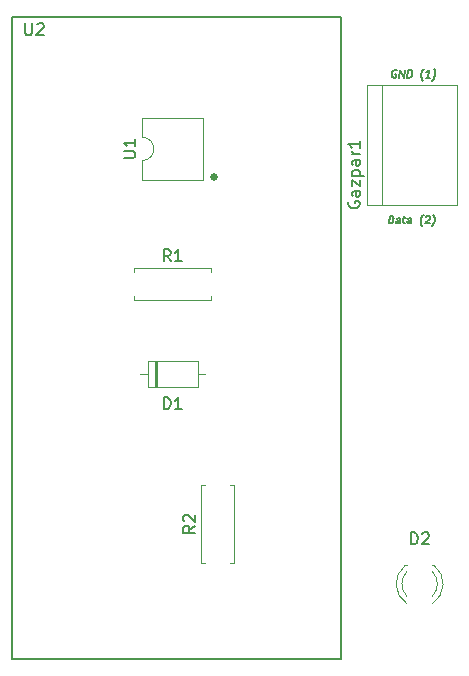
<source format=gto>
G04 #@! TF.GenerationSoftware,KiCad,Pcbnew,6.0.10+dfsg-1~bpo11+1*
G04 #@! TF.CreationDate,2023-02-14T21:12:59+00:00*
G04 #@! TF.ProjectId,Gazpar,47617a70-6172-42e6-9b69-6361645f7063,rev?*
G04 #@! TF.SameCoordinates,Original*
G04 #@! TF.FileFunction,Legend,Top*
G04 #@! TF.FilePolarity,Positive*
%FSLAX46Y46*%
G04 Gerber Fmt 4.6, Leading zero omitted, Abs format (unit mm)*
G04 Created by KiCad (PCBNEW 6.0.10+dfsg-1~bpo11+1) date 2023-02-14 21:12:59*
%MOMM*%
%LPD*%
G01*
G04 APERTURE LIST*
%ADD10C,0.150000*%
%ADD11C,0.500000*%
%ADD12C,0.120000*%
%ADD13C,0.127000*%
%ADD14R,1.800000X1.800000*%
%ADD15C,1.800000*%
%ADD16R,1.600000X1.600000*%
%ADD17O,1.600000X1.600000*%
%ADD18R,1.560000X1.560000*%
%ADD19C,1.560000*%
%ADD20C,1.600000*%
%ADD21R,3.000000X3.000000*%
%ADD22C,3.000000*%
%ADD23C,2.900000*%
G04 APERTURE END LIST*
D10*
X187938938Y-60364047D02*
X188020188Y-59714047D01*
X188174950Y-59714047D01*
X188263938Y-59745000D01*
X188318105Y-59806904D01*
X188341319Y-59868809D01*
X188356796Y-59992619D01*
X188345188Y-60085476D01*
X188298760Y-60209285D01*
X188260069Y-60271190D01*
X188190427Y-60333095D01*
X188093700Y-60364047D01*
X187938938Y-60364047D01*
X188867510Y-60364047D02*
X188910069Y-60023571D01*
X188886855Y-59961666D01*
X188828819Y-59930714D01*
X188705010Y-59930714D01*
X188639236Y-59961666D01*
X188871379Y-60333095D02*
X188805605Y-60364047D01*
X188650843Y-60364047D01*
X188592808Y-60333095D01*
X188569593Y-60271190D01*
X188577331Y-60209285D01*
X188616022Y-60147380D01*
X188681796Y-60116428D01*
X188836558Y-60116428D01*
X188902331Y-60085476D01*
X189138343Y-59930714D02*
X189385962Y-59930714D01*
X189258284Y-59714047D02*
X189188641Y-60271190D01*
X189211855Y-60333095D01*
X189269891Y-60364047D01*
X189331796Y-60364047D01*
X189827034Y-60364047D02*
X189869593Y-60023571D01*
X189846379Y-59961666D01*
X189788343Y-59930714D01*
X189664534Y-59930714D01*
X189598760Y-59961666D01*
X189830903Y-60333095D02*
X189765129Y-60364047D01*
X189610367Y-60364047D01*
X189552331Y-60333095D01*
X189529117Y-60271190D01*
X189536855Y-60209285D01*
X189575546Y-60147380D01*
X189641319Y-60116428D01*
X189796081Y-60116428D01*
X189861855Y-60085476D01*
X190786558Y-60611666D02*
X190759474Y-60580714D01*
X190709177Y-60487857D01*
X190685962Y-60425952D01*
X190666617Y-60333095D01*
X190655010Y-60178333D01*
X190670486Y-60054523D01*
X190720784Y-59899761D01*
X190763343Y-59806904D01*
X190802034Y-59745000D01*
X190875546Y-59652142D01*
X190910367Y-59621190D01*
X191107688Y-59775952D02*
X191142510Y-59745000D01*
X191208284Y-59714047D01*
X191363046Y-59714047D01*
X191421081Y-59745000D01*
X191448165Y-59775952D01*
X191471379Y-59837857D01*
X191463641Y-59899761D01*
X191421081Y-59992619D01*
X191003224Y-60364047D01*
X191405605Y-60364047D01*
X191591319Y-60611666D02*
X191626141Y-60580714D01*
X191699653Y-60487857D01*
X191738343Y-60425952D01*
X191780903Y-60333095D01*
X191831200Y-60178333D01*
X191846677Y-60054523D01*
X191835069Y-59899761D01*
X191815724Y-59806904D01*
X191792510Y-59745000D01*
X191742212Y-59652142D01*
X191715129Y-59621190D01*
D11*
X173155000Y-56339285D02*
X173059761Y-56434523D01*
X173155000Y-56529761D01*
X173250238Y-56434523D01*
X173155000Y-56339285D01*
X173155000Y-56529761D01*
D10*
X188620129Y-47405000D02*
X188562093Y-47374047D01*
X188469236Y-47374047D01*
X188372510Y-47405000D01*
X188302867Y-47466904D01*
X188264177Y-47528809D01*
X188217748Y-47652619D01*
X188206141Y-47745476D01*
X188221617Y-47869285D01*
X188244831Y-47931190D01*
X188298998Y-47993095D01*
X188387986Y-48024047D01*
X188449891Y-48024047D01*
X188546617Y-47993095D01*
X188581438Y-47962142D01*
X188608522Y-47745476D01*
X188484712Y-47745476D01*
X188852272Y-48024047D02*
X188933522Y-47374047D01*
X189223700Y-48024047D01*
X189304950Y-47374047D01*
X189533224Y-48024047D02*
X189614474Y-47374047D01*
X189769236Y-47374047D01*
X189858224Y-47405000D01*
X189912391Y-47466904D01*
X189935605Y-47528809D01*
X189951081Y-47652619D01*
X189939474Y-47745476D01*
X189893046Y-47869285D01*
X189854355Y-47931190D01*
X189784712Y-47993095D01*
X189687986Y-48024047D01*
X189533224Y-48024047D01*
X190833224Y-48271666D02*
X190806141Y-48240714D01*
X190755843Y-48147857D01*
X190732629Y-48085952D01*
X190713284Y-47993095D01*
X190701677Y-47838333D01*
X190717153Y-47714523D01*
X190767450Y-47559761D01*
X190810010Y-47466904D01*
X190848700Y-47405000D01*
X190922212Y-47312142D01*
X190957034Y-47281190D01*
X191452272Y-48024047D02*
X191080843Y-48024047D01*
X191266558Y-48024047D02*
X191347808Y-47374047D01*
X191274296Y-47466904D01*
X191204653Y-47528809D01*
X191138879Y-47559761D01*
X191637986Y-48271666D02*
X191672808Y-48240714D01*
X191746319Y-48147857D01*
X191785010Y-48085952D01*
X191827569Y-47993095D01*
X191877867Y-47838333D01*
X191893343Y-47714523D01*
X191881736Y-47559761D01*
X191862391Y-47466904D01*
X191839177Y-47405000D01*
X191788879Y-47312142D01*
X191761796Y-47281190D01*
X189831904Y-87527380D02*
X189831904Y-86527380D01*
X190070000Y-86527380D01*
X190212857Y-86575000D01*
X190308095Y-86670238D01*
X190355714Y-86765476D01*
X190403333Y-86955952D01*
X190403333Y-87098809D01*
X190355714Y-87289285D01*
X190308095Y-87384523D01*
X190212857Y-87479761D01*
X190070000Y-87527380D01*
X189831904Y-87527380D01*
X190784285Y-86622619D02*
X190831904Y-86575000D01*
X190927142Y-86527380D01*
X191165238Y-86527380D01*
X191260476Y-86575000D01*
X191308095Y-86622619D01*
X191355714Y-86717857D01*
X191355714Y-86813095D01*
X191308095Y-86955952D01*
X190736666Y-87527380D01*
X191355714Y-87527380D01*
X168914404Y-76092380D02*
X168914404Y-75092380D01*
X169152500Y-75092380D01*
X169295357Y-75140000D01*
X169390595Y-75235238D01*
X169438214Y-75330476D01*
X169485833Y-75520952D01*
X169485833Y-75663809D01*
X169438214Y-75854285D01*
X169390595Y-75949523D01*
X169295357Y-76044761D01*
X169152500Y-76092380D01*
X168914404Y-76092380D01*
X170438214Y-76092380D02*
X169866785Y-76092380D01*
X170152500Y-76092380D02*
X170152500Y-75092380D01*
X170057261Y-75235238D01*
X169962023Y-75330476D01*
X169866785Y-75378095D01*
X157172801Y-43417169D02*
X157172801Y-44227005D01*
X157220438Y-44322280D01*
X157268076Y-44369918D01*
X157363350Y-44417555D01*
X157553900Y-44417555D01*
X157649175Y-44369918D01*
X157696812Y-44322280D01*
X157744450Y-44227005D01*
X157744450Y-43417169D01*
X158173187Y-43512444D02*
X158220824Y-43464807D01*
X158316099Y-43417169D01*
X158554286Y-43417169D01*
X158649561Y-43464807D01*
X158697198Y-43512444D01*
X158744836Y-43607719D01*
X158744836Y-43702994D01*
X158697198Y-43845906D01*
X158125549Y-44417555D01*
X158744836Y-44417555D01*
X169485833Y-63562380D02*
X169152500Y-63086190D01*
X168914404Y-63562380D02*
X168914404Y-62562380D01*
X169295357Y-62562380D01*
X169390595Y-62610000D01*
X169438214Y-62657619D01*
X169485833Y-62752857D01*
X169485833Y-62895714D01*
X169438214Y-62990952D01*
X169390595Y-63038571D01*
X169295357Y-63086190D01*
X168914404Y-63086190D01*
X170438214Y-63562380D02*
X169866785Y-63562380D01*
X170152500Y-63562380D02*
X170152500Y-62562380D01*
X170057261Y-62705238D01*
X169962023Y-62800476D01*
X169866785Y-62848095D01*
X165499880Y-54811904D02*
X166309404Y-54811904D01*
X166404642Y-54764285D01*
X166452261Y-54716666D01*
X166499880Y-54621428D01*
X166499880Y-54430952D01*
X166452261Y-54335714D01*
X166404642Y-54288095D01*
X166309404Y-54240476D01*
X165499880Y-54240476D01*
X166499880Y-53240476D02*
X166499880Y-53811904D01*
X166499880Y-53526190D02*
X165499880Y-53526190D01*
X165642738Y-53621428D01*
X165737976Y-53716666D01*
X165785595Y-53811904D01*
X184570000Y-58515714D02*
X184522380Y-58610952D01*
X184522380Y-58753809D01*
X184570000Y-58896666D01*
X184665238Y-58991904D01*
X184760476Y-59039523D01*
X184950952Y-59087142D01*
X185093809Y-59087142D01*
X185284285Y-59039523D01*
X185379523Y-58991904D01*
X185474761Y-58896666D01*
X185522380Y-58753809D01*
X185522380Y-58658571D01*
X185474761Y-58515714D01*
X185427142Y-58468095D01*
X185093809Y-58468095D01*
X185093809Y-58658571D01*
X185522380Y-57610952D02*
X184998571Y-57610952D01*
X184903333Y-57658571D01*
X184855714Y-57753809D01*
X184855714Y-57944285D01*
X184903333Y-58039523D01*
X185474761Y-57610952D02*
X185522380Y-57706190D01*
X185522380Y-57944285D01*
X185474761Y-58039523D01*
X185379523Y-58087142D01*
X185284285Y-58087142D01*
X185189047Y-58039523D01*
X185141428Y-57944285D01*
X185141428Y-57706190D01*
X185093809Y-57610952D01*
X184855714Y-57230000D02*
X184855714Y-56706190D01*
X185522380Y-57230000D01*
X185522380Y-56706190D01*
X184855714Y-56325238D02*
X185855714Y-56325238D01*
X184903333Y-56325238D02*
X184855714Y-56230000D01*
X184855714Y-56039523D01*
X184903333Y-55944285D01*
X184950952Y-55896666D01*
X185046190Y-55849047D01*
X185331904Y-55849047D01*
X185427142Y-55896666D01*
X185474761Y-55944285D01*
X185522380Y-56039523D01*
X185522380Y-56230000D01*
X185474761Y-56325238D01*
X185522380Y-54991904D02*
X184998571Y-54991904D01*
X184903333Y-55039523D01*
X184855714Y-55134761D01*
X184855714Y-55325238D01*
X184903333Y-55420476D01*
X185474761Y-54991904D02*
X185522380Y-55087142D01*
X185522380Y-55325238D01*
X185474761Y-55420476D01*
X185379523Y-55468095D01*
X185284285Y-55468095D01*
X185189047Y-55420476D01*
X185141428Y-55325238D01*
X185141428Y-55087142D01*
X185093809Y-54991904D01*
X185522380Y-54515714D02*
X184855714Y-54515714D01*
X185046190Y-54515714D02*
X184950952Y-54468095D01*
X184903333Y-54420476D01*
X184855714Y-54325238D01*
X184855714Y-54230000D01*
X185522380Y-53372857D02*
X185522380Y-53944285D01*
X185522380Y-53658571D02*
X184522380Y-53658571D01*
X184665238Y-53753809D01*
X184760476Y-53849047D01*
X184808095Y-53944285D01*
X171544880Y-85966666D02*
X171068690Y-86300000D01*
X171544880Y-86538095D02*
X170544880Y-86538095D01*
X170544880Y-86157142D01*
X170592500Y-86061904D01*
X170640119Y-86014285D01*
X170735357Y-85966666D01*
X170878214Y-85966666D01*
X170973452Y-86014285D01*
X171021071Y-86061904D01*
X171068690Y-86157142D01*
X171068690Y-86538095D01*
X170640119Y-85585714D02*
X170592500Y-85538095D01*
X170544880Y-85442857D01*
X170544880Y-85204761D01*
X170592500Y-85109523D01*
X170640119Y-85061904D01*
X170735357Y-85014285D01*
X170830595Y-85014285D01*
X170973452Y-85061904D01*
X171544880Y-85633333D01*
X171544880Y-85014285D01*
D12*
X191806000Y-89320000D02*
X191650000Y-89320000D01*
X189490000Y-89320000D02*
X189334000Y-89320000D01*
X191648608Y-92552335D02*
G75*
G03*
X191805516Y-89320000I-1078608J1672335D01*
G01*
X189334484Y-89320000D02*
G75*
G03*
X189491392Y-92552335I1235516J-1560000D01*
G01*
X191649837Y-91921130D02*
G75*
G03*
X191650000Y-89839039I-1079837J1041130D01*
G01*
X189490000Y-89839039D02*
G75*
G03*
X189490163Y-91921130I1080000J-1040961D01*
G01*
X171772500Y-71980000D02*
X167532500Y-71980000D01*
X168252500Y-71980000D02*
X168252500Y-74220000D01*
X172422500Y-73100000D02*
X171772500Y-73100000D01*
X167532500Y-71980000D02*
X167532500Y-74220000D01*
X167532500Y-74220000D02*
X171772500Y-74220000D01*
X171772500Y-74220000D02*
X171772500Y-71980000D01*
X166882500Y-73100000D02*
X167532500Y-73100000D01*
X168132500Y-71980000D02*
X168132500Y-74220000D01*
X168372500Y-71980000D02*
X168372500Y-74220000D01*
D13*
X156050000Y-42850000D02*
X183950000Y-42850000D01*
X156050000Y-97250000D02*
X156050000Y-42850000D01*
X183950000Y-97250000D02*
X156050000Y-97250000D01*
X183950000Y-42850000D02*
X183950000Y-97250000D01*
D12*
X166382500Y-64110000D02*
X172922500Y-64110000D01*
X166382500Y-64440000D02*
X166382500Y-64110000D01*
X166382500Y-66850000D02*
X172922500Y-66850000D01*
X172922500Y-66850000D02*
X172922500Y-66520000D01*
X166382500Y-66520000D02*
X166382500Y-66850000D01*
X172922500Y-64110000D02*
X172922500Y-64440000D01*
X172247500Y-51400000D02*
X167047500Y-51400000D01*
X167047500Y-56700000D02*
X172247500Y-56700000D01*
X167047500Y-51400000D02*
X167047500Y-53050000D01*
X167047500Y-55050000D02*
X167047500Y-56700000D01*
X172247500Y-56700000D02*
X172247500Y-51400000D01*
X167047500Y-55050000D02*
G75*
G03*
X167047500Y-53050000I0J1000000D01*
G01*
X193745000Y-58800000D02*
X193745000Y-48640000D01*
X193745000Y-48640000D02*
X186125000Y-48640000D01*
X187395000Y-58800000D02*
X187395000Y-48640000D01*
X186125000Y-48640000D02*
X186125000Y-58800000D01*
X186125000Y-58800000D02*
X193745000Y-58800000D01*
X172092500Y-82530000D02*
X172422500Y-82530000D01*
X174832500Y-82530000D02*
X174502500Y-82530000D01*
X172422500Y-89070000D02*
X172092500Y-89070000D01*
X174832500Y-89070000D02*
X174832500Y-82530000D01*
X172092500Y-89070000D02*
X172092500Y-82530000D01*
X174502500Y-89070000D02*
X174832500Y-89070000D01*
%LPC*%
D14*
X190570000Y-89610000D03*
D15*
X190570000Y-92150000D03*
D16*
X165842500Y-73100000D03*
D17*
X173462500Y-73100000D03*
D18*
X157300000Y-50240000D03*
D19*
X157300000Y-52780000D03*
X157300000Y-55320000D03*
X157300000Y-57860000D03*
X157300000Y-60400000D03*
X157300000Y-62940000D03*
X157300000Y-65480000D03*
X157300000Y-68020000D03*
X157300000Y-70560000D03*
X157300000Y-73100000D03*
X157300000Y-75640000D03*
X157300000Y-78180000D03*
X157300000Y-80720000D03*
X157300000Y-83260000D03*
X157300000Y-85800000D03*
X157300000Y-88340000D03*
X157300000Y-90880000D03*
X157300000Y-93420000D03*
X157300000Y-95960000D03*
X182700000Y-50240000D03*
X182700000Y-52780000D03*
X182700000Y-55320000D03*
X182700000Y-57860000D03*
X182700000Y-60400000D03*
X182700000Y-62940000D03*
X182700000Y-65480000D03*
X182700000Y-68020000D03*
X182700000Y-70560000D03*
X182700000Y-73100000D03*
X182700000Y-75640000D03*
X182700000Y-78180000D03*
X182700000Y-80720000D03*
X182700000Y-83260000D03*
X182700000Y-85800000D03*
X182700000Y-88340000D03*
X182700000Y-90880000D03*
X182700000Y-93420000D03*
X182700000Y-95960000D03*
D20*
X165842500Y-65480000D03*
D17*
X173462500Y-65480000D03*
D16*
X168377500Y-57860000D03*
D17*
X170917500Y-57860000D03*
X170917500Y-50240000D03*
X168377500Y-50240000D03*
D21*
X189935000Y-51180000D03*
D22*
X189935000Y-56260000D03*
D20*
X173462500Y-89610000D03*
D17*
X173462500Y-81990000D03*
D23*
X191000000Y-97000000D03*
X191000000Y-44000000D03*
X153000000Y-44000000D03*
X153000000Y-97000000D03*
M02*

</source>
